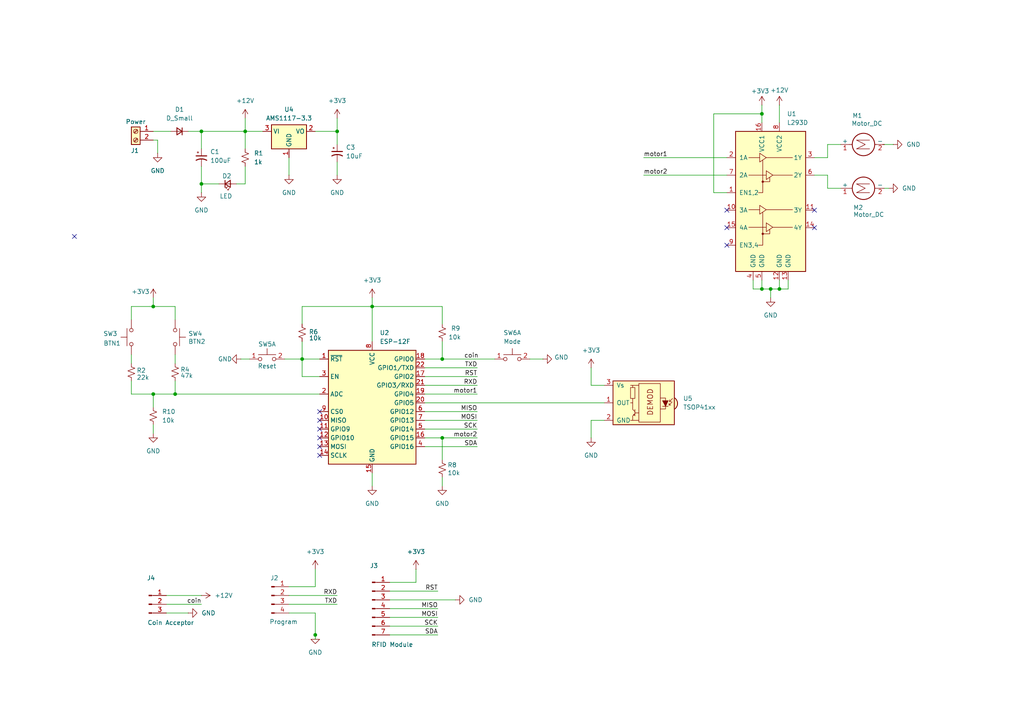
<source format=kicad_sch>
(kicad_sch (version 20231120) (generator "eeschema") (generator_version "8.0")
  (paper "A4")
  (title_block (title "SMART PAYMENT SYSTEM INTERGRATED WITH AN AUTOMATIC TEA/COFFEE MAKING MACHINE") (date "2024-04-15") (company "University of Dar es salaam (UDSM)"))
  (lib_symbols
    (symbol "Connector:Conn_01x03_Pin" (pin_names (offset 1.016) hide)
      (property "Reference" "J" (at 0 5.08 0))
      (property "Value" "Conn_01x03_Pin" (at 0 -5.08 0))
      (symbol "Conn_01x03_Pin_1_1"
        (polyline (pts (xy 1.27 -2.54) (xy 0.8636 -2.54)) (stroke (width 0.1524)))
        (polyline (pts (xy 1.27 0) (xy 0.8636 0)) (stroke (width 0.1524)))
        (polyline (pts (xy 1.27 2.54) (xy 0.8636 2.54)) (stroke (width 0.1524)))
        (rectangle (start 0.8636 -2.413) (end 0 -2.667) (stroke (width 0.1524)) (fill (type outline)))
        (rectangle (start 0.8636 0.127) (end 0 -0.127) (stroke (width 0.1524)) (fill (type outline)))
        (rectangle (start 0.8636 2.667) (end 0 2.413) (stroke (width 0.1524)) (fill (type outline)))
        (pin passive line (at 5.08 2.54 180) (length 3.81) (name "Pin_1") (number "1"))
        (pin passive line (at 5.08 0 180) (length 3.81) (name "Pin_2") (number "2"))
        (pin passive line (at 5.08 -2.54 180) (length 3.81) (name "Pin_3") (number "3"))
      )
    )
    (symbol "Connector:Conn_01x04_Pin" (pin_names (offset 1.016) hide)
      (property "Reference" "J" (at 0 5.08 0))
      (property "Value" "Conn_01x04_Pin" (at 0 -7.62 0))
      (symbol "Conn_01x04_Pin_1_1"
        (polyline (pts (xy 1.27 -5.08) (xy 0.8636 -5.08)) (stroke (width 0.1524)))
        (polyline (pts (xy 1.27 -2.54) (xy 0.8636 -2.54)) (stroke (width 0.1524)))
        (polyline (pts (xy 1.27 0) (xy 0.8636 0)) (stroke (width 0.1524)))
        (polyline (pts (xy 1.27 2.54) (xy 0.8636 2.54)) (stroke (width 0.1524)))
        (rectangle (start 0.8636 -4.953) (end 0 -5.207) (stroke (width 0.1524)) (fill (type outline)))
        (rectangle (start 0.8636 -2.413) (end 0 -2.667) (stroke (width 0.1524)) (fill (type outline)))
        (rectangle (start 0.8636 0.127) (end 0 -0.127) (stroke (width 0.1524)) (fill (type outline)))
        (rectangle (start 0.8636 2.667) (end 0 2.413) (stroke (width 0.1524)) (fill (type outline)))
        (pin passive line (at 5.08 2.54 180) (length 3.81) (name "Pin_1") (number "1"))
        (pin passive line (at 5.08 0 180) (length 3.81) (name "Pin_2") (number "2"))
        (pin passive line (at 5.08 -2.54 180) (length 3.81) (name "Pin_3") (number "3"))
        (pin passive line (at 5.08 -5.08 180) (length 3.81) (name "Pin_4") (number "4"))
      )
    )
    (symbol "Connector:Conn_01x07_Pin" (pin_names (offset 1.016) hide)
      (property "Reference" "J" (at 0 10.16 0))
      (property "Value" "Conn_01x07_Pin" (at 0 -10.16 0))
      (symbol "Conn_01x07_Pin_1_1"
        (polyline (pts (xy 1.27 -7.62) (xy 0.8636 -7.62)) (stroke (width 0.1524)))
        (polyline (pts (xy 1.27 -5.08) (xy 0.8636 -5.08)) (stroke (width 0.1524)))
        (polyline (pts (xy 1.27 -2.54) (xy 0.8636 -2.54)) (stroke (width 0.1524)))
        (polyline (pts (xy 1.27 0) (xy 0.8636 0)) (stroke (width 0.1524)))
        (polyline (pts (xy 1.27 2.54) (xy 0.8636 2.54)) (stroke (width 0.1524)))
        (polyline (pts (xy 1.27 5.08) (xy 0.8636 5.08)) (stroke (width 0.1524)))
        (polyline (pts (xy 1.27 7.62) (xy 0.8636 7.62)) (stroke (width 0.1524)))
        (rectangle (start 0.8636 -7.493) (end 0 -7.747) (stroke (width 0.1524)) (fill (type outline)))
        (rectangle (start 0.8636 -4.953) (end 0 -5.207) (stroke (width 0.1524)) (fill (type outline)))
        (rectangle (start 0.8636 -2.413) (end 0 -2.667) (stroke (width 0.1524)) (fill (type outline)))
        (rectangle (start 0.8636 0.127) (end 0 -0.127) (stroke (width 0.1524)) (fill (type outline)))
        (rectangle (start 0.8636 2.667) (end 0 2.413) (stroke (width 0.1524)) (fill (type outline)))
        (rectangle (start 0.8636 5.207) (end 0 4.953) (stroke (width 0.1524)) (fill (type outline)))
        (rectangle (start 0.8636 7.747) (end 0 7.493) (stroke (width 0.1524)) (fill (type outline)))
        (pin passive line (at 5.08 7.62 180) (length 3.81) (name "Pin_1") (number "1"))
        (pin passive line (at 5.08 5.08 180) (length 3.81) (name "Pin_2") (number "2"))
        (pin passive line (at 5.08 2.54 180) (length 3.81) (name "Pin_3") (number "3"))
        (pin passive line (at 5.08 0 180) (length 3.81) (name "Pin_4") (number "4"))
        (pin passive line (at 5.08 -2.54 180) (length 3.81) (name "Pin_5") (number "5"))
        (pin passive line (at 5.08 -5.08 180) (length 3.81) (name "Pin_6") (number "6"))
        (pin passive line (at 5.08 -7.62 180) (length 3.81) (name "Pin_7") (number "7"))
      )
    )
    (symbol "Connector:Screw_Terminal_01x02" (pin_names (offset 1.016) hide)
      (property "Reference" "J" (at 0 2.54 0))
      (property "Value" "Screw_Terminal_01x02" (at 0 -5.08 0))
      (symbol "Screw_Terminal_01x02_1_1"
        (rectangle (start -1.27 1.27) (end 1.27 -3.81) (stroke (width 0.254)) (fill (type background)))
        (circle (center 0 -2.54) (radius 0.635) (stroke (width 0.1524)))
        (polyline (pts (xy -0.5334 -2.2098) (xy 0.3302 -3.048)) (stroke (width 0.1524)))
        (polyline (pts (xy -0.5334 0.3302) (xy 0.3302 -0.508)) (stroke (width 0.1524)))
        (polyline (pts (xy -0.3556 -2.032) (xy 0.508 -2.8702)) (stroke (width 0.1524)))
        (polyline (pts (xy -0.3556 0.508) (xy 0.508 -0.3302)) (stroke (width 0.1524)))
        (circle (center 0 0) (radius 0.635) (stroke (width 0.1524)))
        (pin passive line (at -5.08 0 0) (length 3.81) (name "Pin_1") (number "1"))
        (pin passive line (at -5.08 -2.54 0) (length 3.81) (name "Pin_2") (number "2"))
      )
    )
    (symbol "Device:C_Polarized_Small_US" (pin_numbers hide) (pin_names (offset 0.254) hide)
      (property "Reference" "C" (at 0.254 1.778 0))
      (property "Value" "C_Polarized_Small_US" (at 0.254 -2.032 0))
      (symbol "C_Polarized_Small_US_0_1"
        (polyline (pts (xy -1.524 0.508) (xy 1.524 0.508)) (stroke (width 0.3048)))
        (polyline (pts (xy -1.27 1.524) (xy -0.762 1.524)))
        (polyline (pts (xy -1.016 1.27) (xy -1.016 1.778)))
        (arc (start 1.524 -0.762) (mid 0 -0.3734) (end -1.524 -0.762) (stroke (width 0.3048)))
      )
      (symbol "C_Polarized_Small_US_1_1"
        (pin passive line (at 0 2.54 270) (length 2.032) (name "~") (number "1"))
        (pin passive line (at 0 -2.54 90) (length 2.032) (name "~") (number "2"))
      )
    )
    (symbol "Device:D_Small" (pin_numbers hide) (pin_names (offset 0.254) hide)
      (property "Reference" "D" (at -1.27 2.032 0))
      (property "Value" "D_Small" (at -3.81 -2.032 0))
      (symbol "D_Small_0_1"
        (polyline (pts (xy -0.762 -1.016) (xy -0.762 1.016)) (stroke (width 0.254)))
        (polyline (pts (xy -0.762 0) (xy 0.762 0)))
        (polyline (pts (xy 0.762 -1.016) (xy -0.762 0) (xy 0.762 1.016) (xy 0.762 -1.016)) (stroke (width 0.254)))
      )
      (symbol "D_Small_1_1"
        (pin passive line (at -2.54 0 0) (length 1.778) (name "K") (number "1"))
        (pin passive line (at 2.54 0 180) (length 1.778) (name "A") (number "2"))
      )
    )
    (symbol "Device:LED_Small" (pin_numbers hide) (pin_names (offset 0.254) hide)
      (property "Reference" "D" (at -1.27 3.175 0))
      (property "Value" "LED_Small" (at -4.445 -2.54 0))
      (symbol "LED_Small_0_1"
        (polyline (pts (xy -0.762 -1.016) (xy -0.762 1.016)) (stroke (width 0.254)))
        (polyline (pts (xy 1.016 0) (xy -0.762 0)))
        (polyline (pts (xy 0.762 -1.016) (xy -0.762 0) (xy 0.762 1.016) (xy 0.762 -1.016)) (stroke (width 0.254)))
        (polyline (pts (xy 0 0.762) (xy -0.508 1.27) (xy -0.254 1.27) (xy -0.508 1.27) (xy -0.508 1.016)))
        (polyline (pts (xy 0.508 1.27) (xy 0 1.778) (xy 0.254 1.778) (xy 0 1.778) (xy 0 1.524)))
      )
      (symbol "LED_Small_1_1"
        (pin passive line (at -2.54 0 0) (length 1.778) (name "K") (number "1"))
        (pin passive line (at 2.54 0 180) (length 1.778) (name "A") (number "2"))
      )
    )
    (symbol "Device:R_Small_US" (pin_numbers hide) (pin_names (offset 0.254) hide)
      (property "Reference" "R" (at 0.762 0.508 0))
      (property "Value" "R_Small_US" (at 0.762 -1.016 0))
      (symbol "R_Small_US_1_1"
        (polyline (pts (xy 0 0) (xy 1.016 -0.381) (xy 0 -0.762) (xy -1.016 -1.143) (xy 0 -1.524)))
        (polyline (pts (xy 0 1.524) (xy 1.016 1.143) (xy 0 0.762) (xy -1.016 0.381) (xy 0 0)))
        (pin passive line (at 0 2.54 270) (length 1.016) (name "~") (number "1"))
        (pin passive line (at 0 -2.54 90) (length 1.016) (name "~") (number "2"))
      )
    )
    (symbol "Driver_Motor:L293D" (pin_names (offset 1.016))
      (property "Reference" "U" (at -5.08 26.035 0))
      (property "Value" "L293D" (at -5.08 24.13 0))
      (symbol "L293D_0_1"
        (rectangle (start -10.16 22.86) (end 10.16 -17.78) (stroke (width 0.254)) (fill (type background)))
        (circle (center -2.286 -6.858) (radius 0.254) (fill (type outline)))
        (circle (center -2.286 8.255) (radius 0.254) (fill (type outline)))
        (polyline (pts (xy -6.35 -4.953) (xy -1.27 -4.953)))
        (polyline (pts (xy -6.35 0.127) (xy -3.175 0.127)))
        (polyline (pts (xy -6.35 10.16) (xy -1.27 10.16)))
        (polyline (pts (xy -6.35 15.24) (xy -3.175 15.24)))
        (polyline (pts (xy -1.27 0.127) (xy 6.35 0.127)))
        (polyline (pts (xy -1.27 15.24) (xy 6.35 15.24)))
        (polyline (pts (xy 0.635 -4.953) (xy 6.35 -4.953)))
        (polyline (pts (xy 0.635 10.16) (xy 6.35 10.16)))
        (polyline (pts (xy -2.286 -6.858) (xy -0.254 -6.858) (xy -0.254 -5.588)))
        (polyline (pts (xy -2.286 -0.635) (xy -2.286 -10.16) (xy -3.556 -10.16)))
        (polyline (pts (xy -2.286 8.255) (xy -0.254 8.255) (xy -0.254 9.525)))
        (polyline (pts (xy -2.286 14.478) (xy -2.286 5.08) (xy -3.556 5.08)))
        (polyline (pts (xy -3.175 1.397) (xy -3.175 -1.143) (xy -1.27 0.127) (xy -3.175 1.397)))
        (polyline (pts (xy -3.175 16.51) (xy -3.175 13.97) (xy -1.27 15.24) (xy -3.175 16.51)))
        (polyline (pts (xy -1.27 -3.683) (xy -1.27 -6.223) (xy 0.635 -4.953) (xy -1.27 -3.683)))
        (polyline (pts (xy -1.27 11.43) (xy -1.27 8.89) (xy 0.635 10.16) (xy -1.27 11.43)))
      )
      (symbol "L293D_1_1"
        (pin input line (at -12.7 5.08 0) (length 2.54) (name "EN1,2") (number "1"))
        (pin input line (at -12.7 0 0) (length 2.54) (name "3A") (number "10"))
        (pin output line (at 12.7 0 180) (length 2.54) (name "3Y") (number "11"))
        (pin power_in line (at 2.54 -20.32 90) (length 2.54) (name "GND") (number "12"))
        (pin power_in line (at 5.08 -20.32 90) (length 2.54) (name "GND") (number "13"))
        (pin output line (at 12.7 -5.08 180) (length 2.54) (name "4Y") (number "14"))
        (pin input line (at -12.7 -5.08 0) (length 2.54) (name "4A") (number "15"))
        (pin power_in line (at -2.54 25.4 270) (length 2.54) (name "VCC1") (number "16"))
        (pin input line (at -12.7 15.24 0) (length 2.54) (name "1A") (number "2"))
        (pin output line (at 12.7 15.24 180) (length 2.54) (name "1Y") (number "3"))
        (pin power_in line (at -5.08 -20.32 90) (length 2.54) (name "GND") (number "4"))
        (pin power_in line (at -2.54 -20.32 90) (length 2.54) (name "GND") (number "5"))
        (pin output line (at 12.7 10.16 180) (length 2.54) (name "2Y") (number "6"))
        (pin input line (at -12.7 10.16 0) (length 2.54) (name "2A") (number "7"))
        (pin power_in line (at 2.54 25.4 270) (length 2.54) (name "VCC2") (number "8"))
        (pin input line (at -12.7 -10.16 0) (length 2.54) (name "EN3,4") (number "9"))
      )
    )
    (symbol "Interface_Optical:TSOP41xx" (pin_names (offset 1.016))
      (property "Reference" "U" (at -10.16 7.62 0))
      (property "Value" "TSOP41xx" (at -10.16 -7.62 0))
      (symbol "TSOP41xx_0_0"
        (arc (start -10.287 1.397) (mid -11.0899 -0.1852) (end -10.287 -1.778) (stroke (width 0.254)) (fill (type background)))
        (polyline (pts (xy 1.905 -5.08) (xy 0.127 -5.08)))
        (polyline (pts (xy 1.905 5.08) (xy 0.127 5.08)))
        (text "DEMOD" (at -3.175 0.254 900) (effects (font (size 1.524 1.524))))
      )
      (symbol "TSOP41xx_0_1"
        (rectangle (start -6.096 5.588) (end 0.127 -5.588))
        (polyline (pts (xy -8.763 0.381) (xy -9.652 1.27)))
        (polyline (pts (xy -8.763 0.381) (xy -9.271 0.381)))
        (polyline (pts (xy -8.763 0.381) (xy -8.763 0.889)))
        (polyline (pts (xy -8.636 -0.635) (xy -9.525 0.254)))
        (polyline (pts (xy -8.636 -0.635) (xy -9.144 -0.635)))
        (polyline (pts (xy -8.636 -0.635) (xy -8.636 -0.127)))
        (polyline (pts (xy -8.382 -1.016) (xy -6.731 -1.016)))
        (polyline (pts (xy 1.27 -2.921) (xy 0.127 -2.921)))
        (polyline (pts (xy 1.27 -1.905) (xy 1.27 -3.81)))
        (polyline (pts (xy 1.397 -3.556) (xy 1.524 -3.556)))
        (polyline (pts (xy 1.651 -3.556) (xy 1.524 -3.556)))
        (polyline (pts (xy 1.651 -3.556) (xy 1.651 -3.302)))
        (polyline (pts (xy 1.905 0) (xy 1.905 1.27)))
        (polyline (pts (xy 1.905 4.445) (xy 1.905 5.08) (xy 2.54 5.08)))
        (polyline (pts (xy -8.382 0.635) (xy -6.731 0.635) (xy -7.62 -1.016) (xy -8.382 0.635)) (fill (type outline)))
        (polyline (pts (xy -6.096 1.397) (xy -7.62 1.397) (xy -7.62 -1.778) (xy -6.096 -1.778)))
        (polyline (pts (xy 1.27 -3.175) (xy 1.905 -3.81) (xy 1.905 -5.08) (xy 2.54 -5.08)))
        (polyline (pts (xy 1.27 -2.54) (xy 1.905 -1.905) (xy 1.905 0) (xy 2.54 0)))
        (rectangle (start 2.54 1.27) (end 1.27 4.445))
        (rectangle (start 7.62 6.35) (end -10.16 -6.35) (stroke (width 0.254)) (fill (type background)))
      )
      (symbol "TSOP41xx_1_1"
        (pin output line (at 10.16 0 180) (length 2.54) (name "OUT") (number "1"))
        (pin power_in line (at 10.16 -5.08 180) (length 2.54) (name "GND") (number "2"))
        (pin power_in line (at 10.16 5.08 180) (length 2.54) (name "Vs") (number "3"))
      )
    )
    (symbol "Motor:Motor_DC" (pin_names (offset 0))
      (property "Reference" "M" (at 2.54 2.54 0))
      (property "Value" "Motor_DC" (at 2.54 -5.08 0))
      (symbol "Motor_DC_0_0"
        (polyline (pts (xy -1.27 -3.302) (xy -1.27 0.508) (xy 0 -2.032) (xy 1.27 0.508) (xy 1.27 -3.302)))
      )
      (symbol "Motor_DC_0_1"
        (circle (center 0 -1.524) (radius 3.2512) (stroke (width 0.254)))
        (polyline (pts (xy 0 -7.62) (xy 0 -7.112)))
        (polyline (pts (xy 0 -4.7752) (xy 0 -5.1816)))
        (polyline (pts (xy 0 1.7272) (xy 0 2.0828)))
        (polyline (pts (xy 0 2.032) (xy 0 2.54)))
      )
      (symbol "Motor_DC_1_1"
        (pin passive line (at 0 5.08 270) (length 2.54) (name "+") (number "1"))
        (pin passive line (at 0 -7.62 90) (length 2.54) (name "-") (number "2"))
      )
    )
    (symbol "RF_Module:ESP-12F"
      (property "Reference" "U" (at -12.7 19.05 0))
      (property "Value" "ESP-12F" (at 12.7 19.05 0))
      (symbol "ESP-12F_0_1"
        (rectangle (start -12.7 17.78) (end 12.7 -15.24) (stroke (width 0.254)) (fill (type background)))
      )
      (symbol "ESP-12F_1_1"
        (pin input line (at -15.24 15.24 0) (length 2.54) (name "~{RST}") (number "1"))
        (pin bidirectional line (at -15.24 -2.54 0) (length 2.54) (name "MISO") (number "10"))
        (pin bidirectional line (at -15.24 -5.08 0) (length 2.54) (name "GPIO9") (number "11"))
        (pin bidirectional line (at -15.24 -7.62 0) (length 2.54) (name "GPIO10") (number "12"))
        (pin bidirectional line (at -15.24 -10.16 0) (length 2.54) (name "MOSI") (number "13"))
        (pin bidirectional line (at -15.24 -12.7 0) (length 2.54) (name "SCLK") (number "14"))
        (pin power_in line (at 0 -17.78 90) (length 2.54) (name "GND") (number "15"))
        (pin bidirectional line (at 15.24 -7.62 180) (length 2.54) (name "GPIO15") (number "16"))
        (pin bidirectional line (at 15.24 10.16 180) (length 2.54) (name "GPIO2") (number "17"))
        (pin bidirectional line (at 15.24 15.24 180) (length 2.54) (name "GPIO0") (number "18"))
        (pin bidirectional line (at 15.24 5.08 180) (length 2.54) (name "GPIO4") (number "19"))
        (pin input line (at -15.24 5.08 0) (length 2.54) (name "ADC") (number "2"))
        (pin bidirectional line (at 15.24 2.54 180) (length 2.54) (name "GPIO5") (number "20"))
        (pin bidirectional line (at 15.24 7.62 180) (length 2.54) (name "GPIO3/RXD") (number "21"))
        (pin bidirectional line (at 15.24 12.7 180) (length 2.54) (name "GPIO1/TXD") (number "22"))
        (pin input line (at -15.24 10.16 0) (length 2.54) (name "EN") (number "3"))
        (pin bidirectional line (at 15.24 -10.16 180) (length 2.54) (name "GPIO16") (number "4"))
        (pin bidirectional line (at 15.24 -5.08 180) (length 2.54) (name "GPIO14") (number "5"))
        (pin bidirectional line (at 15.24 0 180) (length 2.54) (name "GPIO12") (number "6"))
        (pin bidirectional line (at 15.24 -2.54 180) (length 2.54) (name "GPIO13") (number "7"))
        (pin power_in line (at 0 20.32 270) (length 2.54) (name "VCC") (number "8"))
        (pin input line (at -15.24 0 0) (length 2.54) (name "CS0") (number "9"))
      )
    )
    (symbol "Regulator_Linear:AMS1117-3.3"
      (property "Reference" "U" (at -3.81 3.175 0))
      (property "Value" "AMS1117-3.3" (at 0 3.175 0))
      (symbol "AMS1117-3.3_0_1"
        (rectangle (start -5.08 -5.08) (end 5.08 1.905) (stroke (width 0.254)) (fill (type background)))
      )
      (symbol "AMS1117-3.3_1_1"
        (pin power_in line (at 0 -7.62 90) (length 2.54) (name "GND") (number "1"))
        (pin power_out line (at 7.62 0 180) (length 2.54) (name "VO") (number "2"))
        (pin power_in line (at -7.62 0 0) (length 2.54) (name "VI") (number "3"))
      )
    )
    (symbol "Switch:SW_Push" (pin_numbers hide) (pin_names (offset 1.016) hide)
      (property "Reference" "SW" (at 1.27 2.54 0))
      (property "Value" "SW_Push" (at 0 -1.524 0))
      (symbol "SW_Push_0_1"
        (circle (center -2.032 0) (radius 0.508))
        (polyline (pts (xy 0 1.27) (xy 0 3.048)))
        (polyline (pts (xy 2.54 1.27) (xy -2.54 1.27)))
        (circle (center 2.032 0) (radius 0.508))
        (pin passive line (at -5.08 0 0) (length 2.54) (name "1") (number "1"))
        (pin passive line (at 5.08 0 180) (length 2.54) (name "2") (number "2"))
      )
    )
    (symbol "Switch:SW_Push_Dual_x2" (pin_names (offset 1.016) hide)
      (property "Reference" "SW" (at 1.27 2.54 0))
      (property "Value" "SW_Push_Dual_x2" (at 0 -1.524 0))
      (symbol "SW_Push_Dual_x2_0_1"
        (circle (center -2.032 0) (radius 0.508))
        (polyline (pts (xy 0 1.27) (xy 0 3.048)))
        (polyline (pts (xy 2.54 1.27) (xy -2.54 1.27)))
        (circle (center 2.032 0) (radius 0.508))
      )
      (symbol "SW_Push_Dual_x2_1_1"
        (pin passive line (at -5.08 0 0) (length 2.54) (name "C") (number "1"))
        (pin passive line (at 5.08 0 180) (length 2.54) (name "D") (number "2"))
      )
      (symbol "SW_Push_Dual_x2_2_1"
        (pin passive line (at -5.08 0 0) (length 2.54) (name "C") (number "3"))
        (pin passive line (at 5.08 0 180) (length 2.54) (name "D") (number "4"))
      )
    )
    (symbol "power:+12V" (power) (pin_numbers hide) (pin_names (offset 0) hide)
      (property "Value" "+12V" (at 0 3.556 0))
      (symbol "+12V_0_1"
        (polyline (pts (xy -0.762 1.27) (xy 0 2.54)))
        (polyline (pts (xy 0 0) (xy 0 2.54)))
        (polyline (pts (xy 0 2.54) (xy 0.762 1.27)))
      )
      (symbol "+12V_1_1"
        (pin power_in line (at 0 0 90) (length 0) (name "~") (number "1"))
      )
    )
    (symbol "power:+3.3V" (power) (pin_numbers hide) (pin_names (offset 0) hide)
      (property "Value" "+3.3V" (at 0 3.556 0))
      (symbol "+3.3V_0_1"
        (polyline (pts (xy -0.762 1.27) (xy 0 2.54)))
        (polyline (pts (xy 0 0) (xy 0 2.54)))
        (polyline (pts (xy 0 2.54) (xy 0.762 1.27)))
      )
      (symbol "+3.3V_1_1"
        (pin power_in line (at 0 0 90) (length 0) (name "~") (number "1"))
      )
    )
    (symbol "power:+3V3" (power) (pin_numbers hide) (pin_names (offset 0) hide)
      (property "Value" "+3V3" (at 0 3.556 0))
      (symbol "+3V3_0_1"
        (polyline (pts (xy -0.762 1.27) (xy 0 2.54)))
        (polyline (pts (xy 0 0) (xy 0 2.54)))
        (polyline (pts (xy 0 2.54) (xy 0.762 1.27)))
      )
      (symbol "+3V3_1_1"
        (pin power_in line (at 0 0 90) (length 0) (name "~") (number "1"))
      )
    )
    (symbol "power:GND" (power) (pin_numbers hide) (pin_names (offset 0) hide)
      (property "Value" "GND" (at 0 -3.81 0))
      (symbol "GND_0_1"
        (polyline (pts (xy 0 0) (xy 0 -1.27) (xy 1.27 -1.27) (xy 0 -2.54) (xy -1.27 -1.27) (xy 0 -1.27)))
      )
      (symbol "GND_1_1"
        (pin power_in line (at 0 0 270) (length 0) (name "~") (number "1"))
      )
    )
  )
  (junction (at 226.06 83.82))
  (junction (at 58.42 38.1))
  (junction (at 128.27 127))
  (junction (at 223.52 83.82))
  (junction (at 91.44 184.15))
  (junction (at 220.98 83.82))
  (junction (at 44.45 88.9))
  (junction (at 97.79 38.1))
  (junction (at 44.45 114.3))
  (junction (at 71.12 38.1))
  (junction (at 50.8 114.3))
  (junction (at 128.27 104.14))
  (junction (at 220.98 33.02))
  (junction (at 87.63 104.14))
  (junction (at 107.95 88.9))
  (junction (at 58.42 53.34))
  (no_connect (at 92.71 124.46))
  (no_connect (at 236.22 60.96))
  (no_connect (at 92.71 129.54))
  (no_connect (at 236.22 66.04))
  (no_connect (at 210.82 71.12))
  (no_connect (at 92.71 132.08))
  (no_connect (at 210.82 60.96))
  (no_connect (at 210.82 66.04))
  (no_connect (at 92.71 119.38))
  (no_connect (at 92.71 127))
  (no_connect (at 21.59 68.58))
  (no_connect (at 92.71 121.92))
  (wire (pts (xy 50.8 88.9) (xy 50.8 92.71)))
  (wire (pts (xy 71.12 34.29) (xy 71.12 38.1)))
  (wire (pts (xy 207.01 55.88) (xy 207.01 33.02)))
  (wire (pts (xy 87.63 93.98) (xy 87.63 88.9)))
  (wire (pts (xy 38.1 102.87) (xy 38.1 105.41)))
  (wire (pts (xy 87.63 104.14) (xy 87.63 109.22)))
  (wire (pts (xy 128.27 99.06) (xy 128.27 104.14)))
  (wire (pts (xy 123.19 121.92) (xy 138.43 121.92)))
  (wire (pts (xy 123.19 127) (xy 128.27 127)))
  (wire (pts (xy 220.98 33.02) (xy 220.98 35.56)))
  (wire (pts (xy 186.69 50.8) (xy 210.82 50.8)))
  (wire (pts (xy 91.44 185.42) (xy 91.44 184.15)))
  (wire (pts (xy 113.03 168.91) (xy 120.65 168.91)))
  (wire (pts (xy 236.22 45.72) (xy 240.03 45.72)))
  (wire (pts (xy 240.03 41.91) (xy 243.84 41.91)))
  (wire (pts (xy 240.03 45.72) (xy 240.03 41.91)))
  (wire (pts (xy 218.44 83.82) (xy 218.44 81.28)))
  (wire (pts (xy 91.44 165.1) (xy 91.44 170.18)))
  (wire (pts (xy 58.42 38.1) (xy 58.42 43.18)))
  (wire (pts (xy 48.26 177.8) (xy 54.61 177.8)))
  (wire (pts (xy 44.45 88.9) (xy 50.8 88.9)))
  (wire (pts (xy 45.72 40.64) (xy 45.72 44.45)))
  (wire (pts (xy 38.1 114.3) (xy 38.1 110.49)))
  (wire (pts (xy 220.98 83.82) (xy 220.98 81.28)))
  (wire (pts (xy 128.27 104.14) (xy 143.51 104.14)))
  (wire (pts (xy 97.79 46.99) (xy 97.79 50.8)))
  (wire (pts (xy 44.45 114.3) (xy 38.1 114.3)))
  (wire (pts (xy 107.95 86.36) (xy 107.95 88.9)))
  (wire (pts (xy 220.98 83.82) (xy 223.52 83.82)))
  (wire (pts (xy 223.52 83.82) (xy 226.06 83.82)))
  (wire (pts (xy 87.63 104.14) (xy 92.71 104.14)))
  (wire (pts (xy 171.45 121.92) (xy 171.45 127)))
  (wire (pts (xy 38.1 92.71) (xy 38.1 88.9)))
  (wire (pts (xy 44.45 123.19) (xy 44.45 125.73)))
  (wire (pts (xy 186.69 45.72) (xy 210.82 45.72)))
  (wire (pts (xy 50.8 102.87) (xy 50.8 105.41)))
  (wire (pts (xy 87.63 88.9) (xy 107.95 88.9)))
  (wire (pts (xy 58.42 48.26) (xy 58.42 53.34)))
  (wire (pts (xy 240.03 50.8) (xy 236.22 50.8)))
  (wire (pts (xy 153.67 104.14) (xy 157.48 104.14)))
  (wire (pts (xy 113.03 179.07) (xy 127 179.07)))
  (wire (pts (xy 123.19 106.68) (xy 138.43 106.68)))
  (wire (pts (xy 107.95 88.9) (xy 107.95 99.06)))
  (wire (pts (xy 223.52 83.82) (xy 223.52 86.36)))
  (wire (pts (xy 97.79 34.29) (xy 97.79 38.1)))
  (wire (pts (xy 128.27 138.43) (xy 128.27 140.97)))
  (wire (pts (xy 97.79 38.1) (xy 97.79 41.91)))
  (wire (pts (xy 113.03 184.15) (xy 127 184.15)))
  (wire (pts (xy 45.72 40.64) (xy 44.45 40.64)))
  (wire (pts (xy 71.12 38.1) (xy 71.12 43.18)))
  (wire (pts (xy 48.26 172.72) (xy 58.42 172.72)))
  (wire (pts (xy 240.03 54.61) (xy 240.03 50.8)))
  (wire (pts (xy 218.44 83.82) (xy 220.98 83.82)))
  (wire (pts (xy 123.19 114.3) (xy 138.43 114.3)))
  (wire (pts (xy 128.27 88.9) (xy 107.95 88.9)))
  (wire (pts (xy 207.01 33.02) (xy 220.98 33.02)))
  (wire (pts (xy 128.27 93.98) (xy 128.27 88.9)))
  (wire (pts (xy 259.08 41.91) (xy 256.54 41.91)))
  (wire (pts (xy 58.42 53.34) (xy 58.42 55.88)))
  (wire (pts (xy 83.82 175.26) (xy 97.79 175.26)))
  (wire (pts (xy 91.44 38.1) (xy 97.79 38.1)))
  (wire (pts (xy 82.55 104.14) (xy 87.63 104.14)))
  (wire (pts (xy 226.06 83.82) (xy 226.06 81.28)))
  (wire (pts (xy 83.82 45.72) (xy 83.82 50.8)))
  (wire (pts (xy 113.03 176.53) (xy 127 176.53)))
  (wire (pts (xy 83.82 170.18) (xy 91.44 170.18)))
  (wire (pts (xy 175.26 111.76) (xy 171.45 111.76)))
  (wire (pts (xy 228.6 83.82) (xy 228.6 81.28)))
  (wire (pts (xy 240.03 54.61) (xy 243.84 54.61)))
  (wire (pts (xy 91.44 177.8) (xy 91.44 184.15)))
  (wire (pts (xy 128.27 127) (xy 128.27 133.35)))
  (wire (pts (xy 83.82 177.8) (xy 91.44 177.8)))
  (wire (pts (xy 226.06 83.82) (xy 228.6 83.82)))
  (wire (pts (xy 220.98 30.48) (xy 220.98 33.02)))
  (wire (pts (xy 44.45 114.3) (xy 50.8 114.3)))
  (wire (pts (xy 123.19 104.14) (xy 128.27 104.14)))
  (wire (pts (xy 113.03 181.61) (xy 127 181.61)))
  (wire (pts (xy 44.45 114.3) (xy 44.45 118.11)))
  (wire (pts (xy 123.19 119.38) (xy 138.43 119.38)))
  (wire (pts (xy 113.03 171.45) (xy 127 171.45)))
  (wire (pts (xy 48.26 175.26) (xy 58.42 175.26)))
  (wire (pts (xy 50.8 110.49) (xy 50.8 114.3)))
  (wire (pts (xy 87.63 109.22) (xy 92.71 109.22)))
  (wire (pts (xy 83.82 172.72) (xy 97.79 172.72)))
  (wire (pts (xy 123.19 111.76) (xy 138.43 111.76)))
  (wire (pts (xy 257.81 54.61) (xy 256.54 54.61)))
  (wire (pts (xy 72.39 104.14) (xy 69.85 104.14)))
  (wire (pts (xy 123.19 116.84) (xy 175.26 116.84)))
  (wire (pts (xy 113.03 173.99) (xy 132.08 173.99)))
  (wire (pts (xy 123.19 124.46) (xy 138.43 124.46)))
  (wire (pts (xy 128.27 127) (xy 138.43 127)))
  (wire (pts (xy 58.42 38.1) (xy 71.12 38.1)))
  (wire (pts (xy 38.1 88.9) (xy 44.45 88.9)))
  (wire (pts (xy 175.26 121.92) (xy 171.45 121.92)))
  (wire (pts (xy 44.45 86.36) (xy 44.45 88.9)))
  (wire (pts (xy 120.65 165.1) (xy 120.65 168.91)))
  (wire (pts (xy 71.12 38.1) (xy 76.2 38.1)))
  (wire (pts (xy 171.45 111.76) (xy 171.45 106.68)))
  (wire (pts (xy 123.19 129.54) (xy 138.43 129.54)))
  (wire (pts (xy 87.63 99.06) (xy 87.63 104.14)))
  (wire (pts (xy 54.61 38.1) (xy 58.42 38.1)))
  (wire (pts (xy 123.19 109.22) (xy 138.43 109.22)))
  (wire (pts (xy 63.5 53.34) (xy 58.42 53.34)))
  (wire (pts (xy 107.95 137.16) (xy 107.95 140.97)))
  (wire (pts (xy 44.45 38.1) (xy 49.53 38.1)))
  (wire (pts (xy 68.58 53.34) (xy 71.12 53.34)))
  (wire (pts (xy 226.06 30.48) (xy 226.06 35.56)))
  (wire (pts (xy 50.8 114.3) (xy 92.71 114.3)))
  (wire (pts (xy 71.12 53.34) (xy 71.12 48.26)))
  (wire (pts (xy 207.01 55.88) (xy 210.82 55.88)))
  (label "SDA" (at 138.43 129.54 180))
  (label "motor2" (at 138.43 127 180))
  (label "TXD" (at 97.79 175.26 180))
  (label "SCK" (at 127 181.61 180))
  (label "MOSI" (at 127 179.07 180))
  (label "RXD" (at 138.43 111.76 180))
  (label "MOSI" (at 138.43 121.92 180))
  (label "RST" (at 127 171.45 180))
  (label "motor2" (at 186.69 50.8 0))
  (label "RST" (at 138.43 109.22 180))
  (label "MISO" (at 138.43 119.38 180))
  (label "MISO" (at 127 176.53 180))
  (label "coin" (at 58.42 175.26 180))
  (label "TXD" (at 138.43 106.68 180))
  (label "motor1" (at 138.43 114.3 180))
  (label "coin" (at 134.62 104.14 0))
  (label "SDA" (at 127 184.15 180))
  (label "RXD" (at 97.79 172.72 180))
  (label "SCK" (at 138.43 124.46 180))
  (label "motor1" (at 186.69 45.72 0))
  (symbol (lib_id "Connector:Conn_01x07_Pin") (at 107.95 176.53 0) (unit 1)
    (property "Reference" "J3" (at 108.458 164.084 0))
    (property "Value" "RFID Module" (at 113.792 186.944 0))
    (property "Footprint" "Connector_PinHeader_2.54mm:PinHeader_1x07_P2.54mm_Vertical" (effects (hide yes)))
    (property "Description" "Generic connector, single row, 01x07, script generated" (effects (hide yes)))
  )
  (symbol (lib_id "power:GND") (at 107.95 140.97 0) (unit 1)
    (property "Reference" "#PWR029" (effects (hide yes)))
    (property "Value" "GND" (at 107.95 146.05 0))
  )
  (symbol (lib_id "power:+12V") (at 58.42 172.72 270) (unit 1)
    (property "Reference" "#PWR05" (effects (hide yes)))
    (property "Value" "+12V" (at 62.23 172.7199 90) (effects (justify left)))
    (property "Description" "Power symbol creates a global label with name \"+12V\"" (effects (hide yes)))
  )
  (symbol (lib_id "Device:R_Small_US") (at 128.27 96.52 0) (unit 1)
    (property "Reference" "R9" (at 130.81 95.2499 0) (effects (justify left)))
    (property "Value" "10k" (at 130.048 97.79 0) (effects (justify left)))
    (property "Footprint" "Resistor_THT:R_Axial_DIN0207_L6.3mm_D2.5mm_P10.16mm_Horizontal" (effects (hide yes)))
  )
  (symbol (lib_id "power:+3V3") (at 220.98 30.48 0) (unit 1)
    (property "Reference" "#PWR04" (effects (hide yes)))
    (property "Value" "+3V3" (at 220.472 26.416 0))
    (property "Description" "Power symbol creates a global label with name \"+3V3\"" (effects (hide yes)))
  )
  (symbol (lib_id "power:+3V3") (at 44.45 86.36 0) (unit 1)
    (property "Reference" "#PWR012" (effects (hide yes)))
    (property "Value" "+3V3" (at 38.1 84.582 0) (effects (justify left)))
    (property "Description" "Power symbol creates a global label with name \"+3V3\"" (effects (hide yes)))
  )
  (symbol (lib_id "power:GND") (at 44.45 125.73 0) (unit 1)
    (property "Reference" "#PWR07" (effects (hide yes)))
    (property "Value" "GND" (at 44.45 130.81 0))
    (property "Description" "Power symbol creates a global label with name \"GND\" , ground" (effects (hide yes)))
  )
  (symbol (lib_id "power:GND") (at 257.81 54.61 90) (unit 1)
    (property "Reference" "#PWR09" (effects (hide yes)))
    (property "Value" "GND" (at 261.62 54.6099 90) (effects (justify right)))
    (property "Description" "Power symbol creates a global label with name \"GND\" , ground" (effects (hide yes)))
  )
  (symbol (lib_id "Device:D_Small") (at 52.07 38.1 180) (unit 1)
    (property "Reference" "D1" (at 52.07 31.75 0))
    (property "Value" "D_Small" (at 52.07 34.29 0))
    (property "Footprint" "Diode_THT:D_A-405_P10.16mm_Horizontal" (effects (hide yes)))
    (property "Description" "Diode, small symbol" (effects (hide yes)))
    (property "Sim.Device" "D" (effects (hide yes)))
    (property "Sim.Pins" "1=K 2=A" (effects (hide yes)))
  )
  (symbol (lib_id "power:GND") (at 45.72 44.45 0) (unit 1)
    (property "Reference" "#PWR01" (effects (hide yes)))
    (property "Value" "GND" (at 45.72 49.53 0))
    (property "Description" "Power symbol creates a global label with name \"GND\" , ground" (effects (hide yes)))
  )
  (symbol (lib_id "Motor:Motor_DC") (at 248.92 54.61 90) (unit 1)
    (property "Reference" "M2" (at 248.92 60.198 90))
    (property "Value" "Motor_DC" (at 251.968 62.23 90))
    (property "Footprint" "TerminalBlock:TerminalBlock_bornier-2_P5.08mm" (effects (hide yes)))
    (property "Description" "DC Motor" (effects (hide yes)))
  )
  (symbol (lib_id "Device:R_Small_US") (at 71.12 45.72 0) (unit 1)
    (property "Reference" "R1" (at 73.66 44.4499 0) (effects (justify left)))
    (property "Value" "1k" (at 73.66 46.9899 0) (effects (justify left)))
    (property "Footprint" "Resistor_THT:R_Axial_DIN0207_L6.3mm_D2.5mm_P10.16mm_Horizontal" (effects (hide yes)))
    (property "Description" "Resistor, small US symbol" (effects (hide yes)))
  )
  (symbol (lib_id "power:+3V3") (at 91.44 165.1 0) (unit 1)
    (property "Reference" "#PWR020" (effects (hide yes)))
    (property "Value" "+3V3" (at 91.44 160.02 0))
    (property "Description" "Power symbol creates a global label with name \"+3V3\"" (effects (hide yes)))
  )
  (symbol (lib_id "power:GND") (at 132.08 173.99 90) (unit 1)
    (property "Reference" "#PWR027" (effects (hide yes)))
    (property "Value" "GND" (at 135.89 173.9899 90) (effects (justify right)))
    (property "Description" "Power symbol creates a global label with name \"GND\" , ground" (effects (hide yes)))
  )
  (symbol (lib_id "power:GND") (at 157.48 104.14 90) (unit 1)
    (property "Reference" "#PWR032" (effects (hide yes)))
    (property "Value" "GND" (at 160.782 103.632 90) (effects (justify right)))
  )
  (symbol (lib_id "Switch:SW_Push") (at 38.1 97.79 90) (unit 1)
    (property "Reference" "SW3" (at 32.004 96.774 90))
    (property "Value" "BTN1" (at 32.512 99.568 90))
    (property "Footprint" "TestPoint:TestPoint_2Pads_Pitch2.54mm_Drill0.8mm" (effects (hide yes)))
    (property "Description" "Push button switch, generic, two pins" (effects (hide yes)))
  )
  (symbol (lib_id "power:+3V3") (at 171.45 106.68 0) (unit 1)
    (property "Reference" "#PWR025" (effects (hide yes)))
    (property "Value" "+3V3" (at 171.45 101.6 0))
    (property "Description" "Power symbol creates a global label with name \"+3V3\"" (effects (hide yes)))
  )
  (symbol (lib_id "Interface_Optical:TSOP41xx") (at 185.42 116.84 0) (mirror y) (unit 1)
    (property "Reference" "U5" (at 198.12 115.5699 0) (effects (justify right)))
    (property "Value" "TSOP41xx" (at 198.12 118.1099 0) (effects (justify right)))
    (property "Footprint" "OptoDevice:Vishay_MOLD-3Pin" (effects (hide yes)))
    (property "Datasheet" "http://www.vishay.com/docs/82460/tsop45.pdf" (effects (hide yes)))
    (property "Description" "IR Receiver Modules for Remote Control Systems" (effects (hide yes)))
  )
  (symbol (lib_id "power:+3.3V") (at 107.95 86.36 0) (unit 1)
    (property "Reference" "#PWR022" (effects (hide yes)))
    (property "Value" "+3V3" (at 107.95 81.28 0))
    (property "Description" "Power symbol creates a global label with name \"+3.3V\"" (effects (hide yes)))
  )
  (symbol (lib_id "power:GND") (at 91.44 184.15 0) (unit 1)
    (property "Reference" "#PWR021" (effects (hide yes)))
    (property "Value" "GND" (at 91.44 189.23 0))
    (property "Description" "Power symbol creates a global label with name \"GND\" , ground" (effects (hide yes)))
  )
  (symbol (lib_id "Device:C_Polarized_Small_US") (at 97.79 44.45 0) (unit 1)
    (property "Reference" "C3" (at 100.33 42.7481 0) (effects (justify left)))
    (property "Value" "10uF" (at 100.33 45.2881 0) (effects (justify left)))
    (property "Footprint" "Capacitor_THT:CP_Radial_D5.0mm_P2.50mm" (effects (hide yes)))
    (property "Description" "Polarized capacitor, small US symbol" (effects (hide yes)))
  )
  (symbol (lib_id "power:+12V") (at 226.06 30.48 0) (unit 1)
    (property "Reference" "#PWR023" (effects (hide yes)))
    (property "Value" "+12V" (at 226.06 26.162 0))
    (property "Description" "Power symbol creates a global label with name \"+12V\"" (effects (hide yes)))
  )
  (symbol (lib_id "power:GND") (at 97.79 50.8 0) (unit 1)
    (property "Reference" "#PWR015" (effects (hide yes)))
    (property "Value" "GND" (at 97.79 55.88 0))
    (property "Description" "Power symbol creates a global label with name \"GND\" , ground" (effects (hide yes)))
  )
  (symbol (lib_id "Driver_Motor:L293D") (at 223.52 60.96 0) (unit 1)
    (property "Reference" "U1" (at 228.2541 33.02 0) (effects (justify left)))
    (property "Value" "L293D" (at 228.2541 35.56 0) (effects (justify left)))
    (property "Footprint" "Package_DIP:DIP-16_W7.62mm" (effects (hide yes)))
    (property "Datasheet" "http://www.ti.com/lit/ds/symlink/l293.pdf" (effects (hide yes)))
    (property "Description" "Quadruple Half-H Drivers" (effects (hide yes)))
  )
  (symbol (lib_id "Device:C_Polarized_Small_US") (at 58.42 45.72 0) (unit 1)
    (property "Reference" "C1" (at 60.96 44.0181 0) (effects (justify left)))
    (property "Value" "100uF" (at 60.96 46.5581 0) (effects (justify left)))
    (property "Footprint" "Capacitor_THT:CP_Radial_D5.0mm_P2.50mm" (effects (hide yes)))
    (property "Description" "Polarized capacitor, small US symbol" (effects (hide yes)))
  )
  (symbol (lib_id "Connector:Screw_Terminal_01x02") (at 39.37 38.1 0) (mirror y) (unit 1)
    (property "Reference" "J1" (at 39.116 43.688 0))
    (property "Value" "Power" (at 39.37 35.306 0))
    (property "Footprint" "TerminalBlock:TerminalBlock_bornier-2_P5.08mm" (effects (hide yes)))
    (property "Description" "Generic screw terminal, single row, 01x02, script generated (kicad-library-utils/schlib/autogen/connector/)" (effects (hide yes)))
  )
  (symbol (lib_id "power:GND") (at 54.61 177.8 90) (unit 1)
    (property "Reference" "#PWR028" (effects (hide yes)))
    (property "Value" "GND" (at 58.42 177.7999 90) (effects (justify right)))
    (property "Description" "Power symbol creates a global label with name \"GND\" , ground" (effects (hide yes)))
  )
  (symbol (lib_id "Device:LED_Small") (at 66.04 53.34 0) (mirror x) (unit 1)
    (property "Reference" "D2" (at 65.786 51.054 0))
    (property "Value" "LED" (at 65.532 56.896 0))
    (property "Footprint" "LED_THT:LED_D3.0mm" (effects (hide yes)))
    (property "Description" "Light emitting diode, small symbol" (effects (hide yes)))
  )
  (symbol (lib_id "Regulator_Linear:AMS1117-3.3") (at 83.82 38.1 0) (unit 1)
    (property "Reference" "U4" (at 83.82 31.75 0))
    (property "Value" "AMS1117-3.3" (at 83.82 34.29 0))
    (property "Footprint" "Package_TO_SOT_SMD:SOT-223-3_TabPin2" (effects (hide yes)))
    (property "Datasheet" "http://www.advanced-monolithic.com/pdf/ds1117.pdf" (effects (hide yes)))
    (property "Description" "1A Low Dropout regulator, positive, 3.3V fixed output, SOT-223" (effects (hide yes)))
  )
  (symbol (lib_id "Motor:Motor_DC") (at 248.92 41.91 90) (unit 1)
    (property "Reference" "M1" (at 248.666 33.528 90))
    (property "Value" "Motor_DC" (at 251.46 35.814 90))
    (property "Footprint" "TerminalBlock:TerminalBlock_bornier-2_P5.08mm" (effects (hide yes)))
    (property "Description" "DC Motor" (effects (hide yes)))
  )
  (symbol (lib_id "Connector:Conn_01x04_Pin") (at 78.74 172.72 0) (unit 1)
    (property "Reference" "J2" (at 80.772 167.64 0) (effects (justify right)))
    (property "Value" "Program" (at 86.36 180.34 0) (effects (justify right)))
    (property "Footprint" "Connector_PinHeader_2.54mm:PinHeader_1x04_P2.54mm_Vertical" (effects (hide yes)))
    (property "Description" "Generic connector, single row, 01x04, script generated" (effects (hide yes)))
  )
  (symbol (lib_id "power:GND") (at 83.82 50.8 0) (unit 1)
    (property "Reference" "#PWR014" (effects (hide yes)))
    (property "Value" "GND" (at 83.82 55.88 0))
    (property "Description" "Power symbol creates a global label with name \"GND\" , ground" (effects (hide yes)))
  )
  (symbol (lib_id "Device:R_Small_US") (at 44.45 120.65 180) (unit 1)
    (property "Reference" "R10" (at 46.99 119.3799 0) (effects (justify right)))
    (property "Value" "10k" (at 46.99 121.9199 0) (effects (justify right)))
    (property "Footprint" "Resistor_THT:R_Axial_DIN0207_L6.3mm_D2.5mm_P10.16mm_Horizontal" (effects (hide yes)))
    (property "Description" "Resistor, small US symbol" (effects (hide yes)))
  )
  (symbol (lib_id "power:GND") (at 69.85 104.14 270) (unit 1)
    (property "Reference" "#PWR010" (effects (hide yes)))
    (property "Value" "GND" (at 67.31 104.14 90) (effects (justify right)))
  )
  (symbol (lib_id "power:GND") (at 171.45 127 0) (unit 1)
    (property "Reference" "#PWR024" (effects (hide yes)))
    (property "Value" "GND" (at 171.45 132.08 0))
    (property "Description" "Power symbol creates a global label with name \"GND\" , ground" (effects (hide yes)))
  )
  (symbol (lib_id "Device:R_Small_US") (at 38.1 107.95 180) (unit 1)
    (property "Reference" "R2" (at 39.624 107.442 0) (effects (justify right)))
    (property "Value" "22k" (at 39.624 109.474 0) (effects (justify right)))
    (property "Footprint" "Resistor_THT:R_Axial_DIN0207_L6.3mm_D2.5mm_P10.16mm_Horizontal" (effects (hide yes)))
    (property "Description" "Resistor, small US symbol" (effects (hide yes)))
  )
  (symbol (lib_id "Switch:SW_Push_Dual_x2") (at 77.47 104.14 0) (unit 1)
    (property "Reference" "SW5" (at 77.47 99.822 0))
    (property "Value" "Reset" (at 77.47 106.172 0))
    (property "Footprint" "Button_Switch_THT:SW_PUSH_6mm" (effects (hide yes)))
    (property "Description" "Push button switch, generic, separate symbols, four pins" (effects (hide yes)))
  )
  (symbol (lib_id "Switch:SW_Push") (at 50.8 97.79 270) (unit 1)
    (property "Reference" "SW4" (at 54.61 96.774 90) (effects (justify left)))
    (property "Value" "BTN2" (at 54.61 99.06 90) (effects (justify left)))
    (property "Footprint" "TestPoint:TestPoint_2Pads_Pitch2.54mm_Drill0.8mm" (effects (hide yes)))
    (property "Description" "Push button switch, generic, two pins" (effects (hide yes)))
  )
  (symbol (lib_id "Connector:Conn_01x03_Pin") (at 43.18 175.26 0) (unit 1)
    (property "Reference" "J4" (at 43.815 167.64 0))
    (property "Value" "Coin Acceptor" (at 49.53 180.594 0))
    (property "Footprint" "Connector_PinHeader_2.54mm:PinHeader_1x03_P2.54mm_Vertical" (effects (hide yes)))
    (property "Description" "Generic connector, single row, 01x03, script generated" (effects (hide yes)))
  )
  (symbol (lib_id "power:GND") (at 223.52 86.36 0) (unit 1)
    (property "Reference" "#PWR013" (effects (hide yes)))
    (property "Value" "GND" (at 223.52 91.44 0))
    (property "Description" "Power symbol creates a global label with name \"GND\" , ground" (effects (hide yes)))
  )
  (symbol (lib_id "Device:R_Small_US") (at 128.27 135.89 0) (unit 1)
    (property "Reference" "R8" (at 129.794 134.874 0) (effects (justify left)))
    (property "Value" "10k" (at 129.794 137.16 0) (effects (justify left)))
    (property "Footprint" "Resistor_THT:R_Axial_DIN0207_L6.3mm_D2.5mm_P10.16mm_Horizontal" (effects (hide yes)))
  )
  (symbol (lib_id "Switch:SW_Push_Dual_x2") (at 148.59 104.14 0) (unit 1)
    (property "Reference" "SW6" (at 148.59 96.52 0))
    (property "Value" "Mode" (at 148.59 99.06 0))
    (property "Footprint" "Button_Switch_THT:SW_PUSH_6mm" (effects (hide yes)))
    (property "Description" "Push button switch, generic, separate symbols, four pins" (effects (hide yes)))
  )
  (symbol (lib_id "power:GND") (at 128.27 140.97 0) (unit 1)
    (property "Reference" "#PWR030" (effects (hide yes)))
    (property "Value" "GND" (at 128.27 146.05 0))
  )
  (symbol (lib_id "power:+3V3") (at 120.65 165.1 0) (unit 1)
    (property "Reference" "#PWR026" (effects (hide yes)))
    (property "Value" "+3V3" (at 120.65 160.02 0))
    (property "Description" "Power symbol creates a global label with name \"+3V3\"" (effects (hide yes)))
  )
  (symbol (lib_id "power:+12V") (at 71.12 34.29 0) (unit 1)
    (property "Reference" "#PWR03" (effects (hide yes)))
    (property "Value" "+12V" (at 71.12 29.21 0))
    (property "Description" "Power symbol creates a global label with name \"+12V\"" (effects (hide yes)))
  )
  (symbol (lib_id "power:GND") (at 259.08 41.91 90) (unit 1)
    (property "Reference" "#PWR08" (effects (hide yes)))
    (property "Value" "GND" (at 262.89 41.9099 90) (effects (justify right)))
    (property "Description" "Power symbol creates a global label with name \"GND\" , ground" (effects (hide yes)))
  )
  (symbol (lib_id "RF_Module:ESP-12F") (at 107.95 119.38 0) (unit 1)
    (property "Reference" "U2" (at 110.1441 96.52 0) (effects (justify left)))
    (property "Value" "ESP-12F" (at 110.1441 99.06 0) (effects (justify left)))
    (property "Footprint" "RF_Module:ESP-12E" (effects (hide yes)))
    (property "Datasheet" "http://wiki.ai-thinker.com/_media/esp8266/esp8266_series_modules_user_manual_v1.1.pdf" (effects (hide yes)))
    (property "Description" "802.11 b/g/n Wi-Fi Module" (effects (hide yes)))
  )
  (symbol (lib_id "Device:R_Small_US") (at 50.8 107.95 180) (unit 1)
    (property "Reference" "R4" (at 52.324 107.188 0) (effects (justify right)))
    (property "Value" "47k" (at 52.324 108.966 0) (effects (justify right)))
    (property "Footprint" "Resistor_THT:R_Axial_DIN0207_L6.3mm_D2.5mm_P10.16mm_Horizontal" (effects (hide yes)))
    (property "Description" "Resistor, small US symbol" (effects (hide yes)))
  )
  (symbol (lib_id "Device:R_Small_US") (at 87.63 96.52 180) (unit 1)
    (property "Reference" "R6" (at 90.932 96.266 0))
    (property "Value" "10k" (at 91.44 98.044 0))
    (property "Footprint" "Resistor_THT:R_Axial_DIN0207_L6.3mm_D2.5mm_P10.16mm_Horizontal" (effects (hide yes)))
  )
  (symbol (lib_id "power:+3V3") (at 97.79 34.29 0) (unit 1)
    (property "Reference" "#PWR016" (effects (hide yes)))
    (property "Value" "+3V3" (at 97.79 29.21 0))
    (property "Description" "Power symbol creates a global label with name \"+3V3\"" (effects (hide yes)))
  )
  (symbol (lib_id "power:GND") (at 58.42 55.88 0) (unit 1)
    (property "Reference" "#PWR02" (effects (hide yes)))
    (property "Value" "GND" (at 58.42 60.96 0))
    (property "Description" "Power symbol creates a global label with name \"GND\" , ground" (effects (hide yes)))
  )
)
</source>
